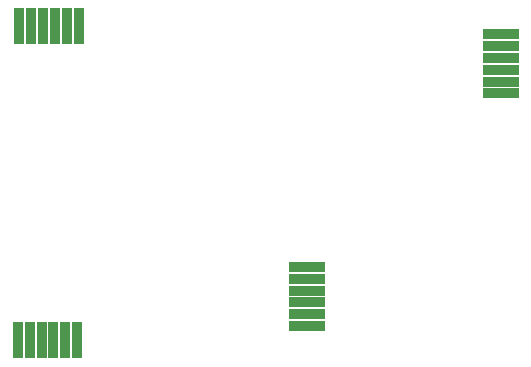
<source format=gbs>
G04 (created by PCBNEW-RS274X (2011-06-08)-testing) date Sa 02 Jul 2011 11:16:49 CEST*
G01*
G70*
G90*
%MOIN*%
G04 Gerber Fmt 3.4, Leading zero omitted, Abs format*
%FSLAX34Y34*%
G04 APERTURE LIST*
%ADD10C,0.006000*%
%ADD11R,0.035500X0.122100*%
%ADD12R,0.122100X0.035500*%
G04 APERTURE END LIST*
G54D10*
G54D11*
X18184Y-20900D03*
X17791Y-20900D03*
X17397Y-20900D03*
X17003Y-20900D03*
X16609Y-20900D03*
X16216Y-20900D03*
G54D12*
X25850Y-20434D03*
X25850Y-20041D03*
X25850Y-19647D03*
X25850Y-19253D03*
X25850Y-18859D03*
X25850Y-18466D03*
X32300Y-10716D03*
X32300Y-11109D03*
X32300Y-11503D03*
X32300Y-11897D03*
X32300Y-12291D03*
X32300Y-12684D03*
G54D11*
X16266Y-10450D03*
X16659Y-10450D03*
X17053Y-10450D03*
X17447Y-10450D03*
X17841Y-10450D03*
X18234Y-10450D03*
M02*

</source>
